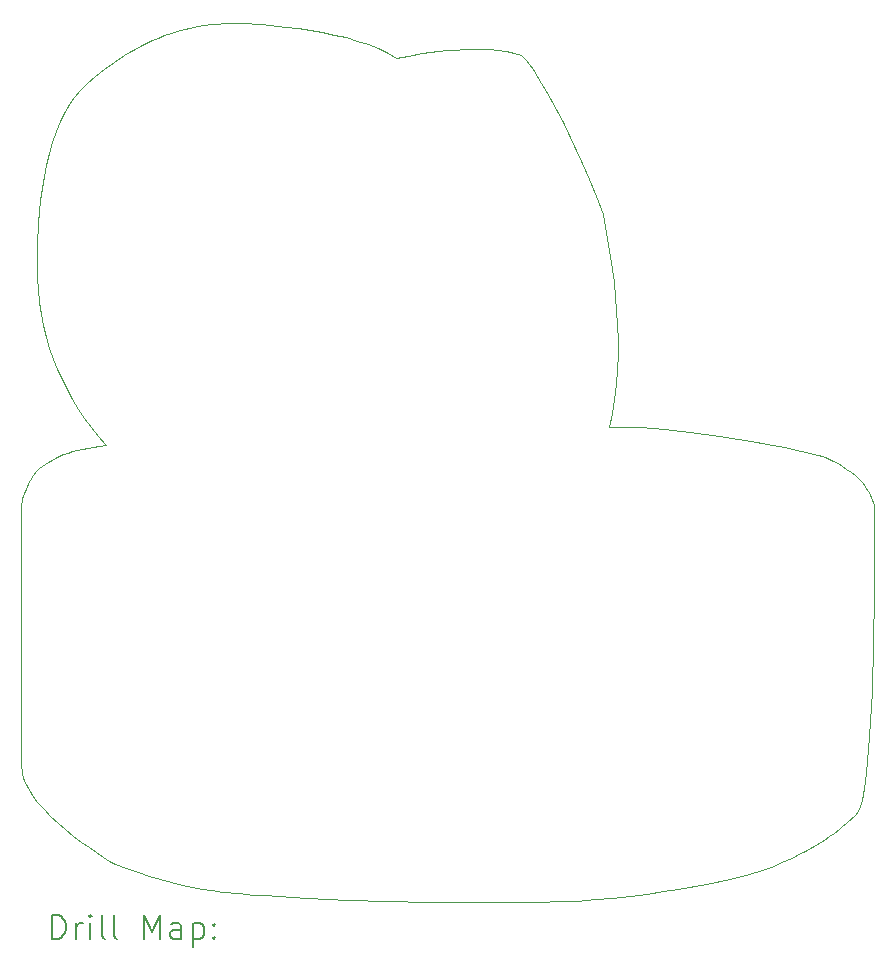
<source format=gbr>
%TF.GenerationSoftware,KiCad,Pcbnew,9.0.1*%
%TF.CreationDate,2025-04-26T15:50:14-04:00*%
%TF.ProjectId,FISH,46495348-2e6b-4696-9361-645f70636258,rev?*%
%TF.SameCoordinates,Original*%
%TF.FileFunction,Drillmap*%
%TF.FilePolarity,Positive*%
%FSLAX45Y45*%
G04 Gerber Fmt 4.5, Leading zero omitted, Abs format (unit mm)*
G04 Created by KiCad (PCBNEW 9.0.1) date 2025-04-26 15:50:14*
%MOMM*%
%LPD*%
G01*
G04 APERTURE LIST*
%ADD10C,0.000000*%
%ADD11C,0.200000*%
G04 APERTURE END LIST*
D10*
X14019190Y-6950000D02*
X14194549Y-6958588D01*
X14389379Y-6976396D01*
X14491170Y-6989086D01*
X14594317Y-7004477D01*
X14697651Y-7022699D01*
X14800000Y-7043885D01*
X14900194Y-7068167D01*
X14997063Y-7095675D01*
X15089436Y-7126543D01*
X15176142Y-7160901D01*
X15256012Y-7198882D01*
X15327875Y-7240617D01*
X15428695Y-7222479D01*
X15549050Y-7202997D01*
X15683667Y-7184962D01*
X15754677Y-7177359D01*
X15827276Y-7171165D01*
X15900805Y-7166727D01*
X15974605Y-7164395D01*
X16048018Y-7164518D01*
X16120385Y-7167444D01*
X16191046Y-7173523D01*
X16259342Y-7183102D01*
X16324616Y-7196531D01*
X16386208Y-7214160D01*
X16403526Y-7233093D01*
X16425534Y-7260203D01*
X16451960Y-7295608D01*
X16482533Y-7339423D01*
X16516982Y-7391765D01*
X16555035Y-7452750D01*
X16596421Y-7522493D01*
X16640869Y-7601112D01*
X16688108Y-7688723D01*
X16737866Y-7785442D01*
X16789872Y-7891385D01*
X16843855Y-8006669D01*
X16899542Y-8131409D01*
X16956664Y-8265723D01*
X17014949Y-8409726D01*
X17074125Y-8563534D01*
X17105699Y-8724765D01*
X17138204Y-8919069D01*
X17167607Y-9139004D01*
X17179887Y-9256257D01*
X17189880Y-9377128D01*
X17197082Y-9500687D01*
X17200990Y-9626002D01*
X17201100Y-9752144D01*
X17196908Y-9878183D01*
X17187910Y-10003188D01*
X17173602Y-10126229D01*
X17153480Y-10246377D01*
X17127041Y-10362701D01*
X17241991Y-10362586D01*
X17398075Y-10369397D01*
X17589960Y-10383939D01*
X17812313Y-10407018D01*
X18059801Y-10439440D01*
X18327092Y-10482011D01*
X18466497Y-10507354D01*
X18608853Y-10535538D01*
X18753492Y-10566661D01*
X18899750Y-10600826D01*
X18927890Y-10610353D01*
X18958997Y-10622395D01*
X18992479Y-10636943D01*
X19027749Y-10653989D01*
X19064218Y-10673527D01*
X19101296Y-10695548D01*
X19138394Y-10720044D01*
X19174923Y-10747007D01*
X19210295Y-10776431D01*
X19243919Y-10808306D01*
X19259893Y-10825161D01*
X19275208Y-10842626D01*
X19289793Y-10860700D01*
X19303572Y-10879382D01*
X19316473Y-10898671D01*
X19328422Y-10918567D01*
X19339346Y-10939068D01*
X19349170Y-10960173D01*
X19357821Y-10981882D01*
X19365225Y-11004192D01*
X19371309Y-11027105D01*
X19375999Y-11050617D01*
X19372031Y-11780205D01*
X19364837Y-12194112D01*
X19352187Y-12603720D01*
X19332592Y-12981248D01*
X19304562Y-13298913D01*
X19286920Y-13426616D01*
X19266611Y-13528936D01*
X19243450Y-13602399D01*
X19230741Y-13627225D01*
X19217250Y-13643534D01*
X19133402Y-13721668D01*
X19104910Y-13746531D01*
X19072444Y-13773293D01*
X19035525Y-13801838D01*
X18993670Y-13832049D01*
X18946400Y-13863811D01*
X18893234Y-13897007D01*
X18864289Y-13914106D01*
X18833690Y-13931520D01*
X18801377Y-13949234D01*
X18767290Y-13967235D01*
X18731368Y-13985506D01*
X18693551Y-14004035D01*
X18653780Y-14022806D01*
X18611994Y-14041804D01*
X18568133Y-14061015D01*
X18522137Y-14080425D01*
X18473946Y-14100020D01*
X18423500Y-14119783D01*
X18315868Y-14151404D01*
X18156767Y-14190883D01*
X17953761Y-14234497D01*
X17714416Y-14278527D01*
X17583481Y-14299534D01*
X17446298Y-14319250D01*
X17303814Y-14337209D01*
X17156972Y-14352945D01*
X17006721Y-14365994D01*
X16854004Y-14375891D01*
X16699768Y-14382171D01*
X16544958Y-14384367D01*
X16148414Y-14388757D01*
X15584521Y-14385035D01*
X15260282Y-14378429D01*
X14918763Y-14367750D01*
X14568149Y-14352318D01*
X14216625Y-14331450D01*
X14117055Y-14326226D01*
X13992887Y-14316147D01*
X13847966Y-14299661D01*
X13768924Y-14288532D01*
X13686136Y-14275220D01*
X13600082Y-14259530D01*
X13511242Y-14241270D01*
X13420098Y-14220245D01*
X13327129Y-14196262D01*
X13232817Y-14169126D01*
X13137642Y-14138645D01*
X13042084Y-14104623D01*
X12946625Y-14066867D01*
X12898469Y-14039110D01*
X12844150Y-14005796D01*
X12784949Y-13967443D01*
X12722142Y-13924571D01*
X12657011Y-13877699D01*
X12590833Y-13827347D01*
X12524887Y-13774033D01*
X12460453Y-13718278D01*
X12398809Y-13660601D01*
X12341235Y-13601521D01*
X12289010Y-13541557D01*
X12243412Y-13481228D01*
X12223498Y-13451090D01*
X12205720Y-13421055D01*
X12190239Y-13391189D01*
X12177214Y-13361556D01*
X12166806Y-13332222D01*
X12159173Y-13303251D01*
X12154476Y-13274708D01*
X12152875Y-13246659D01*
X12152875Y-11024159D01*
X12153489Y-11013042D01*
X12155304Y-10999716D01*
X12158282Y-10984452D01*
X12162383Y-10967522D01*
X12167570Y-10949196D01*
X12173804Y-10929746D01*
X12181045Y-10909444D01*
X12189255Y-10888560D01*
X12198395Y-10867366D01*
X12208427Y-10846134D01*
X12219311Y-10825134D01*
X12231010Y-10804638D01*
X12243483Y-10784917D01*
X12256693Y-10766242D01*
X12270600Y-10748885D01*
X12285167Y-10733117D01*
X12305947Y-10713590D01*
X12328626Y-10694722D01*
X12353244Y-10676551D01*
X12379838Y-10659117D01*
X12408447Y-10642457D01*
X12439111Y-10626612D01*
X12471867Y-10611620D01*
X12506755Y-10597518D01*
X12543814Y-10584347D01*
X12583081Y-10572145D01*
X12624597Y-10560951D01*
X12668399Y-10550803D01*
X12714527Y-10541740D01*
X12763018Y-10533801D01*
X12813913Y-10527025D01*
X12867250Y-10521451D01*
X12804230Y-10446397D01*
X12744231Y-10369987D01*
X12687366Y-10292104D01*
X12633750Y-10212632D01*
X12583496Y-10131455D01*
X12536718Y-10048456D01*
X12493530Y-9963520D01*
X12454045Y-9876529D01*
X12418378Y-9787368D01*
X12386643Y-9695920D01*
X12358953Y-9602069D01*
X12335422Y-9505699D01*
X12316164Y-9406693D01*
X12301293Y-9304936D01*
X12290922Y-9200310D01*
X12285167Y-9092701D01*
X12283316Y-8968781D01*
X12285911Y-8814062D01*
X12295243Y-8636605D01*
X12303154Y-8541869D01*
X12313609Y-8444472D01*
X12326896Y-8345421D01*
X12343302Y-8245724D01*
X12363114Y-8146389D01*
X12386618Y-8048424D01*
X12414101Y-7952835D01*
X12445849Y-7860631D01*
X12482151Y-7772820D01*
X12523292Y-7690409D01*
X12539444Y-7662724D01*
X12557849Y-7634306D01*
X12601186Y-7575683D01*
X12652845Y-7515362D01*
X12712365Y-7454160D01*
X12779288Y-7392899D01*
X12853155Y-7332399D01*
X12933506Y-7273478D01*
X13019881Y-7216958D01*
X13065185Y-7189854D01*
X13111822Y-7163657D01*
X13159737Y-7138470D01*
X13208870Y-7114396D01*
X13259165Y-7091537D01*
X13310564Y-7069995D01*
X13363010Y-7049872D01*
X13416446Y-7031273D01*
X13470814Y-7014298D01*
X13526057Y-6999050D01*
X13582117Y-6985632D01*
X13638937Y-6974146D01*
X13696459Y-6964695D01*
X13754626Y-6957382D01*
X13813381Y-6952308D01*
X13872667Y-6949576D01*
X14019190Y-6950000D01*
D11*
X12413652Y-14700240D02*
X12413652Y-14500240D01*
X12413652Y-14500240D02*
X12461271Y-14500240D01*
X12461271Y-14500240D02*
X12489842Y-14509764D01*
X12489842Y-14509764D02*
X12508890Y-14528812D01*
X12508890Y-14528812D02*
X12518414Y-14547859D01*
X12518414Y-14547859D02*
X12527937Y-14585955D01*
X12527937Y-14585955D02*
X12527937Y-14614526D01*
X12527937Y-14614526D02*
X12518414Y-14652621D01*
X12518414Y-14652621D02*
X12508890Y-14671669D01*
X12508890Y-14671669D02*
X12489842Y-14690717D01*
X12489842Y-14690717D02*
X12461271Y-14700240D01*
X12461271Y-14700240D02*
X12413652Y-14700240D01*
X12613652Y-14700240D02*
X12613652Y-14566907D01*
X12613652Y-14605002D02*
X12623175Y-14585955D01*
X12623175Y-14585955D02*
X12632699Y-14576431D01*
X12632699Y-14576431D02*
X12651747Y-14566907D01*
X12651747Y-14566907D02*
X12670795Y-14566907D01*
X12737461Y-14700240D02*
X12737461Y-14566907D01*
X12737461Y-14500240D02*
X12727937Y-14509764D01*
X12727937Y-14509764D02*
X12737461Y-14519288D01*
X12737461Y-14519288D02*
X12746985Y-14509764D01*
X12746985Y-14509764D02*
X12737461Y-14500240D01*
X12737461Y-14500240D02*
X12737461Y-14519288D01*
X12861271Y-14700240D02*
X12842223Y-14690717D01*
X12842223Y-14690717D02*
X12832699Y-14671669D01*
X12832699Y-14671669D02*
X12832699Y-14500240D01*
X12966033Y-14700240D02*
X12946985Y-14690717D01*
X12946985Y-14690717D02*
X12937461Y-14671669D01*
X12937461Y-14671669D02*
X12937461Y-14500240D01*
X13194604Y-14700240D02*
X13194604Y-14500240D01*
X13194604Y-14500240D02*
X13261271Y-14643098D01*
X13261271Y-14643098D02*
X13327937Y-14500240D01*
X13327937Y-14500240D02*
X13327937Y-14700240D01*
X13508890Y-14700240D02*
X13508890Y-14595479D01*
X13508890Y-14595479D02*
X13499366Y-14576431D01*
X13499366Y-14576431D02*
X13480318Y-14566907D01*
X13480318Y-14566907D02*
X13442223Y-14566907D01*
X13442223Y-14566907D02*
X13423175Y-14576431D01*
X13508890Y-14690717D02*
X13489842Y-14700240D01*
X13489842Y-14700240D02*
X13442223Y-14700240D01*
X13442223Y-14700240D02*
X13423175Y-14690717D01*
X13423175Y-14690717D02*
X13413652Y-14671669D01*
X13413652Y-14671669D02*
X13413652Y-14652621D01*
X13413652Y-14652621D02*
X13423175Y-14633574D01*
X13423175Y-14633574D02*
X13442223Y-14624050D01*
X13442223Y-14624050D02*
X13489842Y-14624050D01*
X13489842Y-14624050D02*
X13508890Y-14614526D01*
X13604128Y-14566907D02*
X13604128Y-14766907D01*
X13604128Y-14576431D02*
X13623175Y-14566907D01*
X13623175Y-14566907D02*
X13661271Y-14566907D01*
X13661271Y-14566907D02*
X13680318Y-14576431D01*
X13680318Y-14576431D02*
X13689842Y-14585955D01*
X13689842Y-14585955D02*
X13699366Y-14605002D01*
X13699366Y-14605002D02*
X13699366Y-14662145D01*
X13699366Y-14662145D02*
X13689842Y-14681193D01*
X13689842Y-14681193D02*
X13680318Y-14690717D01*
X13680318Y-14690717D02*
X13661271Y-14700240D01*
X13661271Y-14700240D02*
X13623175Y-14700240D01*
X13623175Y-14700240D02*
X13604128Y-14690717D01*
X13785080Y-14681193D02*
X13794604Y-14690717D01*
X13794604Y-14690717D02*
X13785080Y-14700240D01*
X13785080Y-14700240D02*
X13775556Y-14690717D01*
X13775556Y-14690717D02*
X13785080Y-14681193D01*
X13785080Y-14681193D02*
X13785080Y-14700240D01*
X13785080Y-14576431D02*
X13794604Y-14585955D01*
X13794604Y-14585955D02*
X13785080Y-14595479D01*
X13785080Y-14595479D02*
X13775556Y-14585955D01*
X13775556Y-14585955D02*
X13785080Y-14576431D01*
X13785080Y-14576431D02*
X13785080Y-14595479D01*
M02*

</source>
